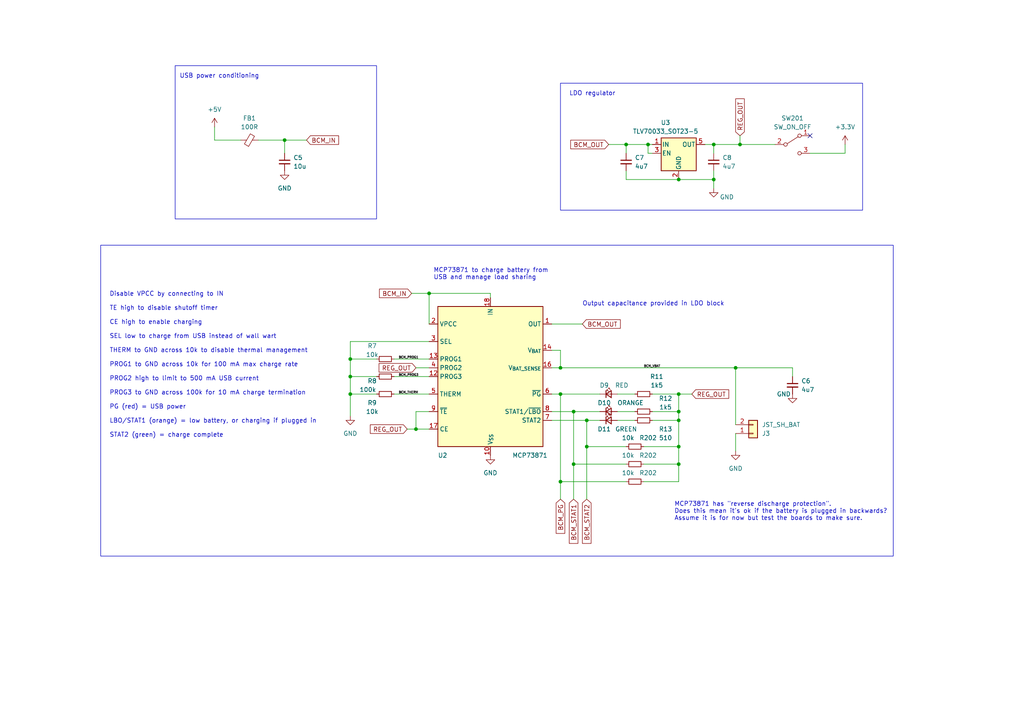
<source format=kicad_sch>
(kicad_sch (version 20231120) (generator "eeschema") (generator_version "8.0")
  (paper "A4")
  (lib_symbols
    (symbol "Battery_Management:MCP73871"
      (property "Reference" "U" (at -7.62 24.13 0))
      (property "Value" "MCP73871" (at -15.24 21.59 0))
      (symbol "MCP73871_0_1"
        (rectangle (start -15.24 20.32) (end 15.24 -20.32) (stroke (width 0.254)) (fill (type background)))
      )
      (symbol "MCP73871_1_1"
        (pin power_out line (at 17.78 15.24 180) (length 2.54) (name "OUT") (number "1"))
        (pin power_in line (at 0 -22.86 90) (length 2.54) (name "V_{SS}") (number "10"))
        (pin passive line (at 0 -22.86 90) (length 2.54) hide (name "V_{SS}") (number "11"))
        (pin bidirectional line (at -17.78 0 0) (length 2.54) (name "PROG3") (number "12"))
        (pin bidirectional line (at -17.78 5.08 0) (length 2.54) (name "PROG1") (number "13"))
        (pin power_out line (at 17.78 7.62 180) (length 2.54) (name "V_{BAT}") (number "14"))
        (pin passive line (at 17.78 7.62 180) (length 2.54) hide (name "V_{BAT}") (number "15"))
        (pin input line (at 17.78 2.54 180) (length 2.54) (name "V_{BAT_SENSE}") (number "16"))
        (pin input line (at -17.78 -15.24 0) (length 2.54) (name "CE") (number "17"))
        (pin power_in line (at 0 22.86 270) (length 2.54) (name "IN") (number "18"))
        (pin passive line (at 0 22.86 270) (length 2.54) hide (name "IN") (number "19"))
        (pin input line (at -17.78 15.24 0) (length 2.54) (name "VPCC") (number "2"))
        (pin passive line (at 17.78 15.24 180) (length 2.54) hide (name "OUT") (number "20"))
        (pin passive line (at 0 -22.86 90) (length 2.54) hide (name "V_{SS}") (number "21"))
        (pin input line (at -17.78 10.16 0) (length 2.54) (name "SEL") (number "3"))
        (pin input line (at -17.78 2.54 0) (length 2.54) (name "PROG2") (number "4"))
        (pin bidirectional line (at -17.78 -5.08 0) (length 2.54) (name "THERM") (number "5"))
        (pin open_collector line (at 17.78 -5.08 180) (length 2.54) (name "~{PG}") (number "6"))
        (pin open_collector line (at 17.78 -12.7 180) (length 2.54) (name "STAT2") (number "7"))
        (pin open_collector line (at 17.78 -10.16 180) (length 2.54) (name "STAT1/~{LBO}") (number "8"))
        (pin input line (at -17.78 -10.16 0) (length 2.54) (name "~{TE}") (number "9"))
      )
    )
    (symbol "Connector_Generic:Conn_01x02" (pin_names (offset 1.016) hide)
      (property "Reference" "J" (at 0 2.54 0))
      (property "Value" "Conn_01x02" (at 0 -5.08 0))
      (symbol "Conn_01x02_1_1"
        (rectangle (start -1.27 -2.413) (end 0 -2.667) (stroke (width 0.1524)))
        (rectangle (start -1.27 0.127) (end 0 -0.127) (stroke (width 0.1524)))
        (rectangle (start -1.27 1.27) (end 1.27 -3.81) (stroke (width 0.254)) (fill (type background)))
        (pin passive line (at -5.08 0 0) (length 3.81) (name "Pin_1") (number "1"))
        (pin passive line (at -5.08 -2.54 0) (length 3.81) (name "Pin_2") (number "2"))
      )
    )
    (symbol "Device:C_Small" (pin_numbers hide) (pin_names (offset 0.254) hide)
      (property "Reference" "C" (at 0.254 1.778 0))
      (property "Value" "C_Small" (at 0.254 -2.032 0))
      (symbol "C_Small_0_1"
        (polyline (pts (xy -1.524 -0.508) (xy 1.524 -0.508)) (stroke (width 0.3302)))
        (polyline (pts (xy -1.524 0.508) (xy 1.524 0.508)) (stroke (width 0.3048)))
      )
      (symbol "C_Small_1_1"
        (pin passive line (at 0 2.54 270) (length 2.032) (name "~") (number "1"))
        (pin passive line (at 0 -2.54 90) (length 2.032) (name "~") (number "2"))
      )
    )
    (symbol "Device:FerriteBead_Small" (pin_numbers hide) (pin_names (offset 0))
      (property "Reference" "FB" (at 1.905 1.27 0))
      (property "Value" "FerriteBead_Small" (at 1.905 -1.27 0))
      (symbol "FerriteBead_Small_0_1"
        (polyline (pts (xy 0 -1.27) (xy 0 -0.7874)))
        (polyline (pts (xy 0 0.889) (xy 0 1.2954)))
        (polyline (pts (xy -1.8288 0.2794) (xy -1.1176 1.4986) (xy 1.8288 -0.2032) (xy 1.1176 -1.4224) (xy -1.8288 0.2794)))
      )
      (symbol "FerriteBead_Small_1_1"
        (pin passive line (at 0 2.54 270) (length 1.27) (name "~") (number "1"))
        (pin passive line (at 0 -2.54 90) (length 1.27) (name "~") (number "2"))
      )
    )
    (symbol "Device:LED_Small" (pin_numbers hide) (pin_names (offset 0.254) hide)
      (property "Reference" "D" (at -1.27 3.175 0))
      (property "Value" "LED_Small" (at -4.445 -2.54 0))
      (symbol "LED_Small_0_1"
        (polyline (pts (xy -0.762 -1.016) (xy -0.762 1.016)) (stroke (width 0.254)))
        (polyline (pts (xy 1.016 0) (xy -0.762 0)))
        (polyline (pts (xy 0.762 -1.016) (xy -0.762 0) (xy 0.762 1.016) (xy 0.762 -1.016)) (stroke (width 0.254)))
        (polyline (pts (xy 0 0.762) (xy -0.508 1.27) (xy -0.254 1.27) (xy -0.508 1.27) (xy -0.508 1.016)))
        (polyline (pts (xy 0.508 1.27) (xy 0 1.778) (xy 0.254 1.778) (xy 0 1.778) (xy 0 1.524)))
      )
      (symbol "LED_Small_1_1"
        (pin passive line (at -2.54 0 0) (length 1.778) (name "K") (number "1"))
        (pin passive line (at 2.54 0 180) (length 1.778) (name "A") (number "2"))
      )
    )
    (symbol "Device:R_Small" (pin_numbers hide) (pin_names (offset 0.254) hide)
      (property "Reference" "R" (at 0.762 0.508 0))
      (property "Value" "R_Small" (at 0.762 -1.016 0))
      (symbol "R_Small_0_1"
        (rectangle (start -0.762 1.778) (end 0.762 -1.778) (stroke (width 0.2032)))
      )
      (symbol "R_Small_1_1"
        (pin passive line (at 0 2.54 270) (length 0.762) (name "~") (number "1"))
        (pin passive line (at 0 -2.54 90) (length 0.762) (name "~") (number "2"))
      )
    )
    (symbol "Regulator_Linear:TLV70033_SOT23-5" (pin_names (offset 0.254))
      (property "Reference" "U" (at -3.81 5.715 0))
      (property "Value" "TLV70033_SOT23-5" (at 0 5.715 0))
      (symbol "TLV70033_SOT23-5_0_1"
        (rectangle (start -5.08 4.445) (end 5.08 -5.08) (stroke (width 0.254)) (fill (type background)))
      )
      (symbol "TLV70033_SOT23-5_1_1"
        (pin power_in line (at -7.62 2.54 0) (length 2.54) (name "IN") (number "1"))
        (pin power_in line (at 0 -7.62 90) (length 2.54) (name "GND") (number "2"))
        (pin input line (at -7.62 0 0) (length 2.54) (name "EN") (number "3"))
        (pin no_connect line (at 5.08 0 180) (length 2.54) hide (name "NC") (number "4"))
        (pin power_out line (at 7.62 2.54 180) (length 2.54) (name "OUT") (number "5"))
      )
    )
    (symbol "Switch:SW_SPDT" (pin_names (offset 0) hide)
      (property "Reference" "SW" (at 0 4.318 0))
      (property "Value" "SW_SPDT" (at 0 -5.08 0))
      (symbol "SW_SPDT_0_0"
        (circle (center -2.032 0) (radius 0.508))
        (circle (center 2.032 -2.54) (radius 0.508))
      )
      (symbol "SW_SPDT_0_1"
        (polyline (pts (xy -1.524 0.254) (xy 1.651 2.286)))
        (circle (center 2.032 2.54) (radius 0.508))
      )
      (symbol "SW_SPDT_1_1"
        (pin passive line (at 5.08 2.54 180) (length 2.54) (name "A") (number "1"))
        (pin passive line (at -5.08 0 0) (length 2.54) (name "B") (number "2"))
        (pin passive line (at 5.08 -2.54 180) (length 2.54) (name "C") (number "3"))
      )
    )
    (symbol "power:+3.3V" (power) (pin_names (offset 0))
      (property "Value" "+3.3V" (at 0 3.556 0))
      (symbol "+3.3V_0_1"
        (polyline (pts (xy -0.762 1.27) (xy 0 2.54)))
        (polyline (pts (xy 0 0) (xy 0 2.54)))
        (polyline (pts (xy 0 2.54) (xy 0.762 1.27)))
      )
      (symbol "+3.3V_1_1"
        (pin power_in line (at 0 0 90) (length 0) hide (name "+3.3V") (number "1"))
      )
    )
    (symbol "power:+5V" (power) (pin_names (offset 0))
      (property "Value" "+5V" (at 0 3.556 0))
      (symbol "+5V_0_1"
        (polyline (pts (xy -0.762 1.27) (xy 0 2.54)))
        (polyline (pts (xy 0 0) (xy 0 2.54)))
        (polyline (pts (xy 0 2.54) (xy 0.762 1.27)))
      )
      (symbol "+5V_1_1"
        (pin power_in line (at 0 0 90) (length 0) hide (name "+5V") (number "1"))
      )
    )
    (symbol "power:GND" (power) (pin_names (offset 0))
      (property "Value" "GND" (at 0 -3.81 0))
      (symbol "GND_0_1"
        (polyline (pts (xy 0 0) (xy 0 -1.27) (xy 1.27 -1.27) (xy 0 -2.54) (xy -1.27 -1.27) (xy 0 -1.27)))
      )
      (symbol "GND_1_1"
        (pin power_in line (at 0 0 270) (length 0) hide (name "GND") (number "1"))
      )
    )
  )
  (junction (at 101.6 114.3))
  (junction (at 207.01 41.91))
  (junction (at 124.46 85.09))
  (junction (at 196.85 119.38))
  (junction (at 196.85 129.54))
  (junction (at 196.85 52.07))
  (junction (at 166.37 119.38))
  (junction (at 166.37 134.62))
  (junction (at 101.6 109.22))
  (junction (at 120.65 124.46))
  (junction (at 170.18 121.92))
  (junction (at 82.55 40.64))
  (junction (at 196.85 114.3))
  (junction (at 214.63 41.91))
  (junction (at 213.36 106.68))
  (junction (at 187.96 41.91))
  (junction (at 162.56 106.68))
  (junction (at 196.85 121.92))
  (junction (at 170.18 129.54))
  (junction (at 207.01 52.07))
  (junction (at 181.61 41.91))
  (junction (at 101.6 104.14))
  (junction (at 162.56 139.7))
  (junction (at 162.56 114.3))
  (junction (at 196.85 134.62))
  (no_connect (at 234.95 39.37))
  (wire (pts (xy 114.3 109.22) (xy 124.46 109.22)))
  (wire (pts (xy 142.24 85.09) (xy 142.24 86.36)))
  (wire (pts (xy 124.46 93.98) (xy 124.46 85.09)))
  (wire (pts (xy 213.36 106.68) (xy 213.36 123.19)))
  (wire (pts (xy 196.85 114.3) (xy 200.66 114.3)))
  (wire (pts (xy 213.36 125.73) (xy 213.36 130.81)))
  (wire (pts (xy 170.18 129.54) (xy 181.61 129.54)))
  (wire (pts (xy 160.02 121.92) (xy 170.18 121.92)))
  (wire (pts (xy 213.36 106.68) (xy 229.87 106.68)))
  (wire (pts (xy 224.79 41.91) (xy 214.63 41.91)))
  (wire (pts (xy 181.61 41.91) (xy 187.96 41.91)))
  (wire (pts (xy 181.61 41.91) (xy 181.61 44.45)))
  (wire (pts (xy 207.01 52.07) (xy 207.01 49.53)))
  (wire (pts (xy 101.6 109.22) (xy 109.22 109.22)))
  (wire (pts (xy 160.02 106.68) (xy 162.56 106.68)))
  (wire (pts (xy 101.6 104.14) (xy 101.6 109.22)))
  (wire (pts (xy 245.11 44.45) (xy 234.95 44.45)))
  (wire (pts (xy 162.56 139.7) (xy 181.61 139.7)))
  (wire (pts (xy 204.47 41.91) (xy 207.01 41.91)))
  (wire (pts (xy 196.85 119.38) (xy 196.85 114.3)))
  (wire (pts (xy 187.96 41.91) (xy 189.23 41.91)))
  (wire (pts (xy 62.23 36.83) (xy 62.23 40.64)))
  (wire (pts (xy 179.07 121.92) (xy 184.15 121.92)))
  (wire (pts (xy 179.07 119.38) (xy 184.15 119.38)))
  (wire (pts (xy 166.37 134.62) (xy 181.61 134.62)))
  (wire (pts (xy 160.02 114.3) (xy 162.56 114.3)))
  (wire (pts (xy 118.11 124.46) (xy 120.65 124.46)))
  (wire (pts (xy 189.23 119.38) (xy 196.85 119.38)))
  (wire (pts (xy 160.02 93.98) (xy 168.91 93.98)))
  (wire (pts (xy 162.56 106.68) (xy 213.36 106.68)))
  (wire (pts (xy 120.65 106.68) (xy 124.46 106.68)))
  (wire (pts (xy 181.61 49.53) (xy 181.61 52.07)))
  (wire (pts (xy 120.65 119.38) (xy 120.65 124.46)))
  (wire (pts (xy 166.37 119.38) (xy 166.37 134.62)))
  (wire (pts (xy 101.6 109.22) (xy 101.6 114.3)))
  (wire (pts (xy 124.46 124.46) (xy 120.65 124.46)))
  (wire (pts (xy 196.85 139.7) (xy 196.85 134.62)))
  (wire (pts (xy 189.23 44.45) (xy 187.96 44.45)))
  (wire (pts (xy 114.3 104.14) (xy 124.46 104.14)))
  (wire (pts (xy 229.87 109.22) (xy 229.87 106.68)))
  (wire (pts (xy 124.46 119.38) (xy 120.65 119.38)))
  (wire (pts (xy 196.85 121.92) (xy 196.85 119.38)))
  (wire (pts (xy 207.01 41.91) (xy 207.01 44.45)))
  (wire (pts (xy 119.38 85.09) (xy 124.46 85.09)))
  (wire (pts (xy 160.02 101.6) (xy 162.56 101.6)))
  (wire (pts (xy 196.85 129.54) (xy 186.69 129.54)))
  (wire (pts (xy 179.07 114.3) (xy 184.15 114.3)))
  (wire (pts (xy 162.56 139.7) (xy 162.56 144.78)))
  (wire (pts (xy 124.46 85.09) (xy 142.24 85.09)))
  (wire (pts (xy 160.02 119.38) (xy 166.37 119.38)))
  (wire (pts (xy 196.85 52.07) (xy 207.01 52.07)))
  (wire (pts (xy 166.37 119.38) (xy 173.99 119.38)))
  (wire (pts (xy 186.69 134.62) (xy 196.85 134.62)))
  (wire (pts (xy 101.6 99.06) (xy 124.46 99.06)))
  (wire (pts (xy 82.55 40.64) (xy 88.9 40.64)))
  (wire (pts (xy 162.56 101.6) (xy 162.56 106.68)))
  (wire (pts (xy 170.18 121.92) (xy 173.99 121.92)))
  (wire (pts (xy 166.37 134.62) (xy 166.37 144.78)))
  (wire (pts (xy 101.6 99.06) (xy 101.6 104.14)))
  (wire (pts (xy 189.23 121.92) (xy 196.85 121.92)))
  (wire (pts (xy 181.61 52.07) (xy 196.85 52.07)))
  (wire (pts (xy 186.69 139.7) (xy 196.85 139.7)))
  (wire (pts (xy 114.3 114.3) (xy 124.46 114.3)))
  (wire (pts (xy 170.18 129.54) (xy 170.18 144.78)))
  (wire (pts (xy 245.11 41.91) (xy 245.11 44.45)))
  (wire (pts (xy 170.18 121.92) (xy 170.18 129.54)))
  (wire (pts (xy 101.6 104.14) (xy 109.22 104.14)))
  (wire (pts (xy 109.22 114.3) (xy 101.6 114.3)))
  (wire (pts (xy 162.56 114.3) (xy 173.99 114.3)))
  (wire (pts (xy 62.23 40.64) (xy 69.85 40.64)))
  (wire (pts (xy 214.63 41.91) (xy 207.01 41.91)))
  (wire (pts (xy 82.55 40.64) (xy 74.93 40.64)))
  (wire (pts (xy 187.96 44.45) (xy 187.96 41.91)))
  (wire (pts (xy 207.01 54.61) (xy 207.01 52.07)))
  (wire (pts (xy 82.55 44.45) (xy 82.55 40.64)))
  (wire (pts (xy 176.53 41.91) (xy 181.61 41.91)))
  (wire (pts (xy 196.85 134.62) (xy 196.85 129.54)))
  (wire (pts (xy 214.63 39.37) (xy 214.63 41.91)))
  (wire (pts (xy 189.23 114.3) (xy 196.85 114.3)))
  (wire (pts (xy 162.56 114.3) (xy 162.56 139.7)))
  (wire (pts (xy 101.6 114.3) (xy 101.6 120.65)))
  (wire (pts (xy 196.85 121.92) (xy 196.85 129.54)))
  (rectangle (start 29.21 71.12) (end 259.08 161.29))
  (rectangle (start 162.56 24.13) (end 250.19 60.96))
  (rectangle (start 50.8 19.05) (end 109.22 63.5))
  (text "MCP73871 to charge battery from \nUSB and manage load sharing" (at 125.73 81.28 0) (effects (font (size 1.27 1.27)) (justify left bottom)))
  (text "LDO regulator" (at 165.1 27.94 0) (effects (font (size 1.27 1.27)) (justify left bottom)))
  (text "Disable VPCC by connecting to IN\n\nTE high to disable shutoff timer\n\nCE high to enable charging\n\nSEL low to charge from USB instead of wall wart\n\nTHERM to GND across 10k to disable thermal management\n\nPROG1 to GND across 10k for 100 mA max charge rate\n\nPROG2 high to limit to 500 mA USB current\n\nPROG3 to GND across 100k for 10 mA charge termination\n\nPG (red) = USB power\n\nLBO/STAT1 (orange) = low battery, or charging if plugged in\n\nSTAT2 (green) = charge complete\n" (at 31.75 127 0) (effects (font (size 1.27 1.27)) (justify left bottom)))
  (text "Output capacitance provided in LDO block" (at 168.91 88.9 0) (effects (font (size 1.27 1.27)) (justify left bottom)))
  (text "MCP73871 has \"reverse discharge protection\". \nDoes this mean it's ok if the battery is plugged in backwards?\nAssume it is for now but test the boards to make sure." (at 195.58 151.13 0) (effects (font (size 1.27 1.27)) (justify left bottom)))
  (text "USB power conditioning" (at 52.07 22.86 0) (effects (font (size 1.27 1.27)) (justify left bottom)))
  (label "BCM_PROG1" (at 115.57 104.14 0) (effects (font (size 0.635 0.635))))
  (label "BCM_THERM" (at 115.57 114.3 0) (effects (font (size 0.635 0.635))))
  (label "BCM_VBAT" (at 186.69 106.68 0) (effects (font (size 0.635 0.635))))
  (label "BCM_PROG3" (at 115.57 109.22 0) (effects (font (size 0.635 0.635))))
  (global_label "BCM_IN" (shape input) (at 119.38 85.09 180) (property "Intersheetrefs" "${INTERSHEET_REFS}" (effects (hide yes))))
  (global_label "BCM_OUT" (shape input) (at 176.53 41.91 180) (property "Intersheetrefs" "${INTERSHEET_REFS}" (effects (hide yes))))
  (global_label "REG_OUT" (shape input) (at 214.63 39.37 90) (property "Intersheetrefs" "${INTERSHEET_REFS}" (effects (hide yes))))
  (global_label "BCM_PG" (shape input) (at 162.56 144.78 270) (property "Intersheetrefs" "${INTERSHEET_REFS}" (effects (hide yes))))
  (global_label "BCM_IN" (shape input) (at 88.9 40.64 0) (property "Intersheetrefs" "${INTERSHEET_REFS}" (effects (hide yes))))
  (global_label "REG_OUT" (shape input) (at 118.11 124.46 180) (property "Intersheetrefs" "${INTERSHEET_REFS}" (effects (hide yes))))
  (global_label "REG_OUT" (shape input) (at 200.66 114.3 0) (property "Intersheetrefs" "${INTERSHEET_REFS}" (effects (hide yes))))
  (global_label "BCM_STAT1" (shape input) (at 166.37 144.78 270) (property "Intersheetrefs" "${INTERSHEET_REFS}" (effects (hide yes))))
  (global_label "BCM_OUT" (shape input) (at 168.91 93.98 0) (property "Intersheetrefs" "${INTERSHEET_REFS}" (effects (hide yes))))
  (global_label "BCM_STAT2" (shape input) (at 170.18 144.78 270) (property "Intersheetrefs" "${INTERSHEET_REFS}" (effects (hide yes))))
  (global_label "REG_OUT" (shape input) (at 120.65 106.68 180) (property "Intersheetrefs" "${INTERSHEET_REFS}" (effects (hide yes))))
  (symbol (lib_id "Device:LED_Small") (at 176.53 119.38 0) (unit 1)
    (property "Reference" "D10" (at 175.26 116.84 0))
    (property "Value" "ORANGE" (at 182.88 116.84 0))
    (property "Footprint" "LED_SMD:LED_0603_1608Metric" (effects (hide yes)))
    (property "LCSC" "C84269" (effects (hide yes)))
    (instances (project "CloverIMU_REV2" (path "" (reference "D10") (unit 1)) (path "" (reference "D202") (unit 1))))
  )
  (symbol (lib_id "Device:R_Small") (at 111.76 114.3 90) (unit 1)
    (property "Reference" "R9" (at 107.95 116.84 90))
    (property "Value" "10k" (at 107.95 119.38 90))
    (property "Footprint" "Resistor_SMD:R_0402_1005Metric" (effects (hide yes)))
    (property "LCSC" "C25744" (effects (hide yes)))
    (instances (project "CloverIMU_REV2" (path "" (reference "R9") (unit 1)) (path "" (reference "R203") (unit 1))))
  )
  (symbol (lib_id "Device:FerriteBead_Small") (at 72.39 40.64 90) (unit 1)
    (property "Reference" "FB1" (at 72.3519 34.29 90))
    (property "Value" "100R" (at 72.3519 36.83 90))
    (property "Footprint" "Inductor_SMD:L_0603_1608Metric" (effects (hide yes)))
    (property "LCSC" "C1002" (effects (hide yes)))
    (instances (project "CloverIMU_REV2" (path "" (reference "FB1") (unit 1)) (path "" (reference "FB201") (unit 1)) (path "" (reference "FB2") (unit 1))))
  )
  (symbol (lib_id "Device:R_Small") (at 186.69 121.92 90) (unit 1)
    (property "Reference" "R13" (at 193.04 124.46 90))
    (property "Value" "510" (at 193.04 127 90))
    (property "Footprint" "Resistor_SMD:R_0402_1005Metric" (effects (hide yes)))
    (property "LCSC" "C25123" (effects (hide yes)))
    (instances (project "CloverIMU_REV2" (path "" (reference "R13") (unit 1)) (path "" (reference "R209") (unit 1))))
  )
  (symbol (lib_id "power:GND") (at 213.36 130.81 0) (unit 1)
    (property "Reference" "#PWR017" (effects (hide yes)))
    (property "Value" "GND" (at 213.36 135.89 0))
    (instances (project "CloverIMU_REV2" (path "" (reference "#PWR017") (unit 1)) (path "" (reference "#PWR0207") (unit 1))))
  )
  (symbol (lib_id "Device:R_Small") (at 184.15 134.62 270) (unit 1)
    (property "Reference" "R?" (at 185.42 132.08 90) (effects (justify left)))
    (property "Value" "10k" (at 180.34 132.08 90) (effects (justify left)))
    (property "Footprint" "Resistor_SMD:R_0402_1005Metric" (effects (hide yes)))
    (property "LCSC" "C25744" (effects (hide yes)))
    (instances (project "BluePhil" (path "" (reference "R202") (unit 1)) (path "" (reference "R?") (unit 1))) (project "CloverIMU_REV2" (path "" (reference "R205") (unit 1)) (path "" (reference "R303") (unit 1))))
  )
  (symbol (lib_id "power:GND") (at 207.01 54.61 0) (unit 1)
    (property "Reference" "#PWR021" (effects (hide yes)))
    (property "Value" "GND" (at 210.82 57.15 0))
    (instances (project "CloverIMU_REV2" (path "" (reference "#PWR021") (unit 1)) (path "" (reference "#PWR0206") (unit 1))))
  )
  (symbol (lib_id "power:+5V") (at 62.23 36.83 0) (unit 1)
    (property "Reference" "#PWR013" (effects (hide yes)))
    (property "Value" "+5V" (at 62.23 31.75 0))
    (instances (project "CloverIMU_REV2" (path "" (reference "#PWR013") (unit 1)) (path "" (reference "#PWR0201") (unit 1))))
  )
  (symbol (lib_id "power:GND") (at 82.55 49.53 0) (unit 1)
    (property "Reference" "#PWR018" (effects (hide yes)))
    (property "Value" "GND" (at 82.55 54.61 0))
    (instances (project "CloverIMU_REV2" (path "" (reference "#PWR018") (unit 1)) (path "" (reference "#PWR0202") (unit 1))))
  )
  (symbol (lib_id "Device:R_Small") (at 184.15 129.54 270) (unit 1)
    (property "Reference" "R?" (at 185.42 127 90) (effects (justify left)))
    (property "Value" "10k" (at 180.34 127 90) (effects (justify left)))
    (property "Footprint" "Resistor_SMD:R_0402_1005Metric" (effects (hide yes)))
    (property "LCSC" "C25744" (effects (hide yes)))
    (instances (project "BluePhil" (path "" (reference "R202") (unit 1)) (path "" (reference "R?") (unit 1))) (project "CloverIMU_REV2" (path "" (reference "R204") (unit 1)) (path "" (reference "R303") (unit 1))))
  )
  (symbol (lib_id "power:GND") (at 142.24 132.08 0) (unit 1)
    (property "Reference" "#PWR012" (effects (hide yes)))
    (property "Value" "GND" (at 142.24 137.16 0))
    (instances (project "CloverIMU_REV2" (path "" (reference "#PWR012") (unit 1)) (path "" (reference "#PWR0205") (unit 1))))
  )
  (symbol (lib_id "Device:C_Small") (at 207.01 46.99 0) (unit 1)
    (property "Reference" "C8" (at 209.55 45.7263 0) (effects (justify left)))
    (property "Value" "4u7" (at 209.55 48.2663 0) (effects (justify left)))
    (property "Footprint" "Capacitor_SMD:C_0603_1608Metric" (effects (hide yes)))
    (property "LCSC" "C19666" (effects (hide yes)))
    (instances (project "CloverIMU_REV2" (path "" (reference "C8") (unit 1)) (path "" (reference "C203") (unit 1))))
  )
  (symbol (lib_id "Battery_Management:MCP73871") (at 142.24 109.22 0) (unit 1)
    (property "Reference" "U2" (at 127 132.08 0) (effects (justify left)))
    (property "Value" "MCP73871" (at 148.59 132.08 0) (effects (justify left)))
    (property "Footprint" "Package_DFN_QFN:QFN-20-1EP_4x4mm_P0.5mm_EP2.5x2.5mm" (effects (hide yes)))
    (property "Datasheet" "http://www.mouser.com/ds/2/268/22090a-52174.pdf" (effects (hide yes)))
    (property "LCSC" "C511310" (effects (hide yes)))
    (instances (project "CloverIMU_REV2" (path "" (reference "U2") (unit 1)) (path "" (reference "U201") (unit 1))))
  )
  (symbol (lib_id "Device:C_Small") (at 181.61 46.99 0) (unit 1)
    (property "Reference" "C7" (at 184.15 45.7263 0) (effects (justify left)))
    (property "Value" "4u7" (at 184.15 48.2663 0) (effects (justify left)))
    (property "Footprint" "Capacitor_SMD:C_0603_1608Metric" (effects (hide yes)))
    (property "LCSC" "C19666" (effects (hide yes)))
    (instances (project "CloverIMU_REV2" (path "" (reference "C7") (unit 1)) (path "" (reference "C202") (unit 1))))
  )
  (symbol (lib_id "Device:LED_Small") (at 176.53 121.92 0) (unit 1)
    (property "Reference" "D11" (at 175.26 124.46 0))
    (property "Value" "GREEN" (at 181.61 124.46 0))
    (property "Footprint" "LED_SMD:LED_0603_1608Metric" (effects (hide yes)))
    (property "LCSC" "C84264" (effects (hide yes)))
    (instances (project "CloverIMU_REV2" (path "" (reference "D11") (unit 1)) (path "" (reference "D203") (unit 1))))
  )
  (symbol (lib_id "Device:R_Small") (at 111.76 109.22 90) (unit 1)
    (property "Reference" "R8" (at 107.95 110.49 90))
    (property "Value" "100k" (at 106.68 113.03 90))
    (property "Footprint" "Resistor_SMD:R_0402_1005Metric" (effects (hide yes)))
    (property "LCSC" "C25741" (effects (hide yes)))
    (instances (project "CloverIMU_REV2" (path "" (reference "R8") (unit 1)) (path "" (reference "R202") (unit 1))))
  )
  (symbol (lib_id "Switch:SW_SPDT") (at 229.87 41.91 0) (unit 1)
    (property "Reference" "SW201" (at 229.87 34.29 0))
    (property "Value" "SW_ON_OFF" (at 229.87 36.83 0))
    (property "Footprint" "AccelerometerEval:MSS12C02LS-BB2.0" (effects (hide yes)))
    (property "LCSC" "C3008585" (effects (hide yes)))
  )
  (symbol (lib_id "power:GND") (at 101.6 120.65 0) (unit 1)
    (property "Reference" "#PWR07" (effects (hide yes)))
    (property "Value" "GND" (at 101.6 125.73 0))
    (instances (project "CloverIMU_REV2" (path "" (reference "#PWR07") (unit 1)) (path "" (reference "#PWR0203") (unit 1))))
  )
  (symbol (lib_id "Device:C_Small") (at 82.55 46.99 0) (unit 1)
    (property "Reference" "C5" (at 85.09 45.7263 0) (effects (justify left)))
    (property "Value" "10u" (at 85.09 48.2663 0) (effects (justify left)))
    (property "Footprint" "Capacitor_SMD:C_0603_1608Metric" (effects (hide yes)))
    (property "LCSC" "C19702" (effects (hide yes)))
    (instances (project "CloverIMU_REV2" (path "" (reference "C5") (unit 1)) (path "" (reference "C201") (unit 1))))
  )
  (symbol (lib_id "Device:R_Small") (at 184.15 139.7 270) (unit 1)
    (property "Reference" "R?" (at 185.42 137.16 90) (effects (justify left)))
    (property "Value" "10k" (at 180.34 137.16 90) (effects (justify left)))
    (property "Footprint" "Resistor_SMD:R_0402_1005Metric" (effects (hide yes)))
    (property "LCSC" "C25744" (effects (hide yes)))
    (instances (project "BluePhil" (path "" (reference "R202") (unit 1)) (path "" (reference "R?") (unit 1))) (project "CloverIMU_REV2" (path "" (reference "R206") (unit 1)) (path "" (reference "R303") (unit 1))))
  )
  (symbol (lib_id "Device:R_Small") (at 186.69 114.3 90) (unit 1)
    (property "Reference" "R11" (at 190.5 109.22 90))
    (property "Value" "1k5" (at 190.5 111.76 90))
    (property "Footprint" "Resistor_SMD:R_0402_1005Metric" (effects (hide yes)))
    (property "LCSC" "C25867" (effects (hide yes)))
    (instances (project "CloverIMU_REV2" (path "" (reference "R11") (unit 1)) (path "" (reference "R207") (unit 1))))
  )
  (symbol (lib_id "Device:R_Small") (at 111.76 104.14 90) (unit 1)
    (property "Reference" "R7" (at 107.95 100.33 90))
    (property "Value" "10k" (at 107.95 102.87 90))
    (property "Footprint" "Resistor_SMD:R_0402_1005Metric" (effects (hide yes)))
    (property "LCSC" "C25744" (effects (hide yes)))
    (instances (project "CloverIMU_REV2" (path "" (reference "R7") (unit 1)) (path "" (reference "R201") (unit 1))))
  )
  (symbol (lib_id "Device:LED_Small") (at 176.53 114.3 0) (unit 1)
    (property "Reference" "D9" (at 175.26 111.76 0))
    (property "Value" "RED" (at 180.34 111.76 0))
    (property "Footprint" "LED_SMD:LED_0603_1608Metric" (effects (hide yes)))
    (property "LCSC" "C2286" (effects (hide yes)))
    (instances (project "CloverIMU_REV2" (path "" (reference "D9") (unit 1)) (path "" (reference "D201") (unit 1))))
  )
  (symbol (lib_id "Connector_Generic:Conn_01x02") (at 218.44 125.73 0) (mirror x) (unit 1)
    (property "Reference" "J3" (at 220.98 125.73 0) (effects (justify left)))
    (property "Value" "JST_SH_BAT" (at 220.98 123.19 0) (effects (justify left)))
    (property "Footprint" "Connector_JST:JST_SH_SM02B-SRSS-TB_1x02-1MP_P1.00mm_Horizontal" (effects (hide yes)))
    (property "LCSC" "C160402" (effects (hide yes)))
    (instances (project "CloverIMU_REV2" (path "" (reference "J3") (unit 1)) (path "" (reference "J201") (unit 1))))
  )
  (symbol (lib_id "Device:R_Small") (at 186.69 119.38 90) (unit 1)
    (property "Reference" "R12" (at 193.04 115.57 90))
    (property "Value" "1k5" (at 193.04 118.11 90))
    (property "Footprint" "Resistor_SMD:R_0402_1005Metric" (effects (hide yes)))
    (property "LCSC" "C25867" (effects (hide yes)))
    (instances (project "CloverIMU_REV2" (path "" (reference "R12") (unit 1)) (path "" (reference "R208") (unit 1))))
  )
  (symbol (lib_id "Device:C_Small") (at 229.87 111.76 0) (unit 1)
    (property "Reference" "C6" (at 232.41 110.4963 0) (effects (justify left)))
    (property "Value" "4u7" (at 232.41 113.0363 0) (effects (justify left)))
    (property "Footprint" "Capacitor_SMD:C_0603_1608Metric" (effects (hide yes)))
    (property "LCSC" "C19666" (effects (hide yes)))
    (instances (project "CloverIMU_REV2" (path "" (reference "C6") (unit 1)) (path "" (reference "C204") (unit 1))))
  )
  (symbol (lib_id "power:+3.3V") (at 245.11 41.91 0) (unit 1)
    (property "Reference" "#PWR020" (effects (hide yes)))
    (property "Value" "+3.3V" (at 245.11 36.83 0))
    (instances (project "CloverIMU_REV2" (path "" (reference "#PWR020") (unit 1)) (path "" (reference "#PWR0209") (unit 1))))
  )
  (symbol (lib_id "power:GND") (at 229.87 114.3 0) (unit 1)
    (property "Reference" "#PWR019" (effects (hide yes)))
    (property "Value" "GND" (at 227.33 114.3 0))
    (instances (project "CloverIMU_REV2" (path "" (reference "#PWR019") (unit 1)) (path "" (reference "#PWR0208") (unit 1))))
  )
  (symbol (lib_id "Regulator_Linear:TLV70033_SOT23-5") (at 196.85 44.45 0) (unit 1)
    (property "Reference" "U3" (at 193.04 35.56 0))
    (property "Value" "TLV70033_SOT23-5" (at 193.04 38.1 0))
    (property "Footprint" "Package_TO_SOT_SMD:SOT-23-5" (effects (hide yes)))
    (property "Datasheet" "http://www.ti.com/lit/ds/symlink/tlv700.pdf" (effects (hide yes)))
    (property "LCSC" "C11337" (effects (hide yes)))
    (instances (project "CloverIMU_REV2" (path "" (reference "U3") (unit 1)) (path "" (reference "U202") (unit 1))))
  )
)
</source>
